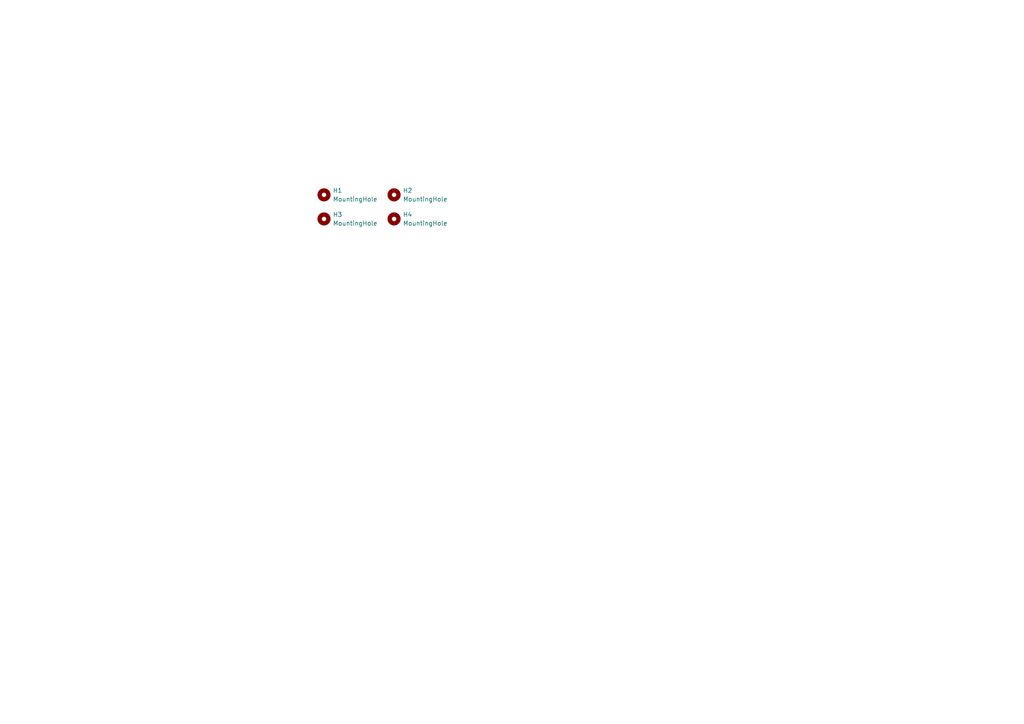
<source format=kicad_sch>
(kicad_sch (version 20230121) (generator eeschema)
  (paper "A4")
  (lib_symbols
    (symbol "Mechanical:MountingHole" (pin_names (offset 1.016))
      (property "Reference" "H" (at 0 5.08 0))
      (property "Value" "MountingHole" (at 0 3.175 0))
      (symbol "MountingHole_0_1"
        (circle (center 0 0) (radius 1.27) (stroke (width 1.27)))
      )
    )
  )
  (symbol (lib_id "Mechanical:MountingHole") (at 114.3 63.5 0) (unit 1)
    (property "Reference" "H4" (at 116.84 62.23 0) (effects (justify left)))
    (property "Value" "MountingHole" (at 116.84 64.77 0) (effects (justify left)))
    (property "Footprint" "MountingHole:MountingHole_3.2mm_M3" (effects hide))
  )
  (symbol (lib_id "Mechanical:MountingHole") (at 114.3 56.515 0) (unit 1)
    (property "Reference" "H2" (at 116.84 55.245 0) (effects (justify left)))
    (property "Value" "MountingHole" (at 116.84 57.785 0) (effects (justify left)))
    (property "Footprint" "MountingHole:MountingHole_3.2mm_M3" (effects hide))
  )
  (symbol (lib_id "Mechanical:MountingHole") (at 93.98 56.515 0) (unit 1)
    (property "Reference" "H1" (at 96.52 55.245 0) (effects (justify left)))
    (property "Value" "MountingHole" (at 96.52 57.785 0) (effects (justify left)))
    (property "Footprint" "MountingHole:MountingHole_3.2mm_M3" (effects hide))
  )
  (symbol (lib_id "Mechanical:MountingHole") (at 93.98 63.5 0) (unit 1)
    (property "Reference" "H3" (at 96.52 62.23 0) (effects (justify left)))
    (property "Value" "MountingHole" (at 96.52 64.77 0) (effects (justify left)))
    (property "Footprint" "MountingHole:MountingHole_3.2mm_M3" (effects hide))
  )
)
</source>
